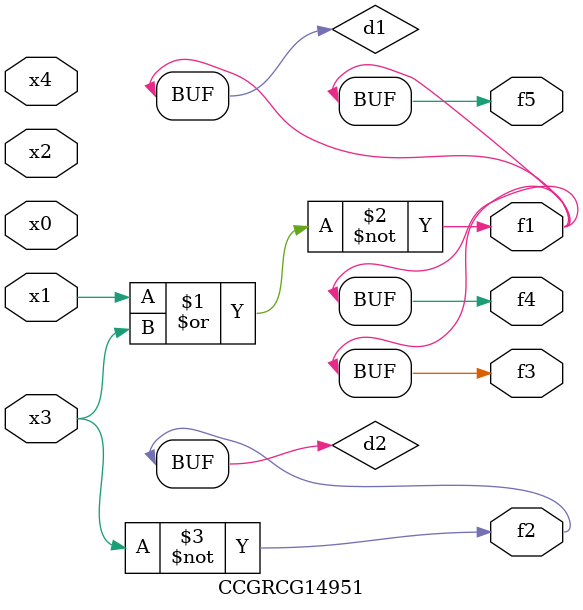
<source format=v>
module CCGRCG14951(
	input x0, x1, x2, x3, x4,
	output f1, f2, f3, f4, f5
);

	wire d1, d2;

	nor (d1, x1, x3);
	not (d2, x3);
	assign f1 = d1;
	assign f2 = d2;
	assign f3 = d1;
	assign f4 = d1;
	assign f5 = d1;
endmodule

</source>
